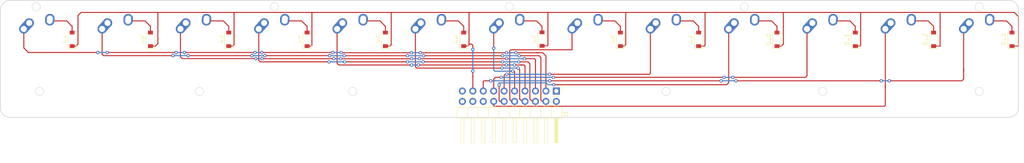
<source format=kicad_pcb>
(kicad_pcb (version 20211014) (generator pcbnew)
  (layers (0 "F.Cu" signal) (31 "B.Cu" signal) (34 "B.Paste" user) (35 "F.Paste" user) (36 "B.SilkS" user "B.Silkscreen") (37 "F.SilkS" user "F.Silkscreen") (38 "B.Mask" user) (39 "F.Mask" user) (44 "Edge.Cuts" user))
  (net 0 "")
  (net 1 "ROW10")
  (net 2 "Net-(D1-Pad2)")
  (net 3 "Net-(D2-Pad2)")
  (net 4 "Net-(D3-Pad2)")
  (net 5 "Net-(D4-Pad2)")
  (net 6 "Net-(D5-Pad2)")
  (net 7 "Net-(D6-Pad2)")
  (net 8 "Net-(D7-Pad2)")
  (net 9 "Net-(D8-Pad2)")
  (net 10 "Net-(D9-Pad2)")
  (net 11 "Net-(D10-Pad2)")
  (net 12 "Net-(D11-Pad2)")
  (net 13 "Net-(D12-Pad2)")
  (net 14 "Net-(D13-Pad2)")
  (net 15 "+5V")
  (net 16 "VCC")
  (net 17 "COL13")
  (net 18 "GND")
  (net 19 "COL1")
  (net 20 "COL2")
  (net 21 "COL3")
  (net 22 "COL4")
  (net 23 "COL5")
  (net 24 "COL6")
  (net 25 "COL7")
  (net 26 "COL8")
  (net 27 "COL9")
  (net 28 "COL10")
  (net 29 "COL11")
  (net 30 "COL12")
  (net 31 "COL0")
  (footprint "MX_Alps_Hybrid:MX-1U-NoLED" (layer "F.Cu") (at 261.14375 59.53125)
    (fp_text reference "MX_F12")
    (fp_text value "MX-NoLED")
    (pad "" np_thru_hole circle locked (at 0 0) (size 3.9878 3.9878) (drill 3.9878) (layers *.Cu *.Mask))
    (pad "" np_thru_hole circle locked (at 5.08 0 48.0996) (size 1.75 1.75) (drill 1.75) (layers *.Cu *.Mask))
    (pad "" np_thru_hole circle locked (at -5.08 0 48.0996) (size 1.75 1.75) (drill 1.75) (layers *.Cu *.Mask))
    (pad "1" thru_hole oval locked (at -3.81 -2.54 48.0996) (size 4.211556 2.25) (drill 1.47 (offset 0.980778 0)) (layers *.Cu "B.Mask") (net 30 "COL12"))
    (pad "1" thru_hole circle locked (at -2.5 -4) (size 2.25 2.25) (drill 1.47) (layers *.Cu "B.Mask") (net 30 "COL12"))
    (pad "2" thru_hole oval locked (at 2.5 -4.5 86.0548) (size 2.831378 2.25) (drill 1.47 (offset 0.290689 0)) (layers *.Cu "B.Mask") (net 14 "Net-(D13-Pad2)"))
    (pad "2" thru_hole circle locked (at 2.54 -5.08) (size 2.25 2.25) (drill 1.47) (layers *.Cu "B.Mask") (net 14 "Net-(D13-Pad2)"))
  )
  (footprint "MX_Alps_Hybrid:MX-1U-NoLED" (layer "F.Cu") (at 127.79375 59.53125)
    (fp_text reference "MX_F5")
    (fp_text value "MX-NoLED")
    (pad "" np_thru_hole circle locked (at 0 0) (size 3.9878 3.9878) (drill 3.9878) (layers *.Cu *.Mask))
    (pad "" np_thru_hole circle locked (at -5.08 0 48.0996) (size 1.75 1.75) (drill 1.75) (layers *.Cu *.Mask))
    (pad "" np_thru_hole circle locked (at 5.08 0 48.0996) (size 1.75 1.75) (drill 1.75) (layers *.Cu *.Mask))
    (pad "1" thru_hole oval locked (at -3.81 -2.54 48.0996) (size 4.211556 2.25) (drill 1.47 (offset 0.980778 0)) (layers *.Cu "B.Mask") (net 23 "COL5"))
    (pad "1" thru_hole circle locked (at -2.5 -4) (size 2.25 2.25) (drill 1.47) (layers *.Cu "B.Mask") (net 23 "COL5"))
    (pad "2" thru_hole oval locked (at 2.5 -4.5 86.0548) (size 2.831378 2.25) (drill 1.47 (offset 0.290689 0)) (layers *.Cu "B.Mask") (net 7 "Net-(D6-Pad2)"))
    (pad "2" thru_hole circle locked (at 2.54 -5.08) (size 2.25 2.25) (drill 1.47) (layers *.Cu "B.Mask") (net 7 "Net-(D6-Pad2)"))
  )
  (footprint "Diode_SMD:D_SOD-123" (layer "F.Cu") (at 116.68125 59.53125 90)
    (fp_text reference "D5" (at 0 -2 90) (layer "F.SilkS"))
    (fp_text value "D_Small")
    (pad "1" smd rect (at -1.65 0 90) (size 0.9 1.2) (layers "F.Cu" "F.Paste" "F.Mask") (net 1 "ROW10"))
    (pad "2" smd rect (at 1.65 0 90) (size 0.9 1.2) (layers "F.Cu" "F.Paste" "F.Mask") (net 6 "Net-(D5-Pad2)"))
  )
  (footprint "Connector_PinHeader_2.54mm:PinHeader_2x10_P2.54mm_Horizontal" (layer "F.Cu") (at 158.26875 72.1375 -90)
    (fp_text reference "J1" (at 5.655 -2.27 90) (layer "F.SilkS"))
    (fp_text value "Conn_02x10_Counter_Clockwise")
    (pad "1" thru_hole rect (at 0 0 270) (size 1.7 1.7) (drill 1) (layers *.Cu *.Mask) (net 15 "+5V"))
    (pad "2" thru_hole oval (at 2.54 0 270) (size 1.7 1.7) (drill 1) (layers *.Cu *.Mask) (net 16 "VCC"))
    (pad "3" thru_hole oval (at 0 2.54 270) (size 1.7 1.7) (drill 1) (layers *.Cu *.Mask) (net 31 "COL0"))
    (pad "4" thru_hole oval (at 2.54 2.54 270) (size 1.7 1.7) (drill 1) (layers *.Cu *.Mask) (net 19 "COL1"))
    (pad "5" thru_hole oval (at 0 5.08 270) (size 1.7 1.7) (drill 1) (layers *.Cu *.Mask) (net 20 "COL2"))
    (pad "6" thru_hole oval (at 2.54 5.08 270) (size 1.7 1.7) (drill 1) (layers *.Cu *.Mask) (net 21 "COL3"))
    (pad "7" thru_hole oval (at 0 7.62 270) (size 1.7 1.7) (drill 1) (layers *.Cu *.Mask) (net 22 "COL4"))
    (pad "8" thru_hole oval (at 2.54 7.62 270) (size 1.7 1.7) (drill 1) (layers *.Cu *.Mask) (net 23 "COL5"))
    (pad "9" thru_hole oval (at 0 10.16 270) (size 1.7 1.7) (drill 1) (layers *.Cu *.Mask) (net 24 "COL6"))
    (pad "10" thru_hole oval (at 2.54 10.16 270) (size 1.7 1.7) (drill 1) (layers *.Cu *.Mask) (net 25 "COL7"))
    (pad "11" thru_hole oval (at 0 12.7 270) (size 1.7 1.7) (drill 1) (layers *.Cu *.Mask) (net 26 "COL8"))
    (pad "12" thru_hole oval (at 2.54 12.7 270) (size 1.7 1.7) (drill 1) (layers *.Cu *.Mask) (net 27 "COL9"))
    (pad "13" thru_hole oval (at 0 15.24 270) (size 1.7 1.7) (drill 1) (layers *.Cu *.Mask) (net 28 "COL10"))
    (pad "14" thru_hole oval (at 2.54 15.24 270) (size 1.7 1.7) (drill 1) (layers *.Cu *.Mask) (net 29 "COL11"))
    (pad "15" thru_hole oval (at 0 17.78 270) (size 1.7 1.7) (drill 1) (layers *.Cu *.Mask) (net 30 "COL12"))
    (pad "16" thru_hole oval (at 2.54 17.78 270) (size 1.7 1.7) (drill 1) (layers *.Cu *.Mask) (net 17 "COL13"))
    (pad "17" thru_hole oval (at 0 20.32 270) (size 1.7 1.7) (drill 1) (layers *.Cu *.Mask) (net 1 "ROW10"))
    (pad "18" thru_hole oval (at 2.54 20.32 270) (size 1.7 1.7) (drill 1) (layers *.Cu *.Mask))
    (pad "19" thru_hole oval (at 0 22.86 270) (size 1.7 1.7) (drill 1) (layers *.Cu *.Mask) (net 18 "GND"))
    (pad "20" thru_hole oval (at 2.54 22.86 270) (size 1.7 1.7) (drill 1) (layers *.Cu *.Mask))
  )
  (footprint "MX_Alps_Hybrid:MX-1U-NoLED" (layer "F.Cu") (at 32.54375 59.53125)
    (fp_text reference "MX_~1")
    (fp_text value "MX-NoLED")
    (pad "" np_thru_hole circle locked (at 5.08 0 48.0996) (size 1.75 1.75) (drill 1.75) (layers *.Cu *.Mask))
    (pad "" np_thru_hole circle locked (at 0 0) (size 3.9878 3.9878) (drill 3.9878) (layers *.Cu *.Mask))
    (pad "" np_thru_hole circle locked (at -5.08 0 48.0996) (size 1.75 1.75) (drill 1.75) (layers *.Cu *.Mask))
    (pad "1" thru_hole circle locked (at -2.5 -4) (size 2.25 2.25) (drill 1.47) (layers *.Cu "B.Mask") (net 31 "COL0"))
    (pad "1" thru_hole oval locked (at -3.81 -2.54 48.0996) (size 4.211556 2.25) (drill 1.47 (offset 0.980778 0)) (layers *.Cu "B.Mask") (net 31 "COL0"))
    (pad "2" thru_hole oval locked (at 2.5 -4.5 86.0548) (size 2.831378 2.25) (drill 1.47 (offset 0.290689 0)) (layers *.Cu "B.Mask") (net 2 "Net-(D1-Pad2)"))
    (pad "2" thru_hole circle locked (at 2.54 -5.08) (size 2.25 2.25) (drill 1.47) (layers *.Cu "B.Mask") (net 2 "Net-(D1-Pad2)"))
  )
  (footprint "MX_Alps_Hybrid:MX-1U-NoLED" (layer "F.Cu") (at 146.84375 59.53125)
    (fp_text reference "MX_F6")
    (fp_text value "MX-NoLED")
    (pad "" np_thru_hole circle locked (at -5.08 0 48.0996) (size 1.75 1.75) (drill 1.75) (layers *.Cu *.Mask))
    (pad "" np_thru_hole circle locked (at 5.08 0 48.0996) (size 1.75 1.75) (drill 1.75) (layers *.Cu *.Mask))
    (pad "" np_thru_hole circle locked (at 0 0) (size 3.9878 3.9878) (drill 3.9878) (layers *.Cu *.Mask))
    (pad "1" thru_hole circle locked (at -2.5 -4) (size 2.25 2.25) (drill 1.47) (layers *.Cu "B.Mask") (net 24 "COL6"))
    (pad "1" thru_hole oval locked (at -3.81 -2.54 48.0996) (size 4.211556 2.25) (drill 1.47 (offset 0.980778 0)) (layers *.Cu "B.Mask") (net 24 "COL6"))
    (pad "2" thru_hole circle locked (at 2.54 -5.08) (size 2.25 2.25) (drill 1.47) (layers *.Cu "B.Mask") (net 8 "Net-(D7-Pad2)"))
    (pad "2" thru_hole oval locked (at 2.5 -4.5 86.0548) (size 2.831378 2.25) (drill 1.47 (offset 0.290689 0)) (layers *.Cu "B.Mask") (net 8 "Net-(D7-Pad2)"))
  )
  (footprint "Diode_SMD:D_SOD-123" (layer "F.Cu") (at 135.73125 59.53125 90)
    (fp_text reference "D6" (at 0 -2 90) (layer "F.SilkS"))
    (fp_text value "D_Small")
    (pad "1" smd rect (at -1.65 0 90) (size 0.9 1.2) (layers "F.Cu" "F.Paste" "F.Mask") (net 1 "ROW10"))
    (pad "2" smd rect (at 1.65 0 90) (size 0.9 1.2) (layers "F.Cu" "F.Paste" "F.Mask") (net 7 "Net-(D6-Pad2)"))
  )
  (footprint "Diode_SMD:D_SOD-123" (layer "F.Cu") (at 192.88125 59.53125 90)
    (fp_text reference "D9" (at 0 -2 90) (layer "F.SilkS"))
    (fp_text value "D_Small")
    (pad "1" smd rect (at -1.65 0 90) (size 0.9 1.2) (layers "F.Cu" "F.Paste" "F.Mask") (net 1 "ROW10"))
    (pad "2" smd rect (at 1.65 0 90) (size 0.9 1.2) (layers "F.Cu" "F.Paste" "F.Mask") (net 10 "Net-(D9-Pad2)"))
  )
  (footprint "Diode_SMD:D_SOD-123" (layer "F.Cu") (at 269.08125 59.53125 90)
    (fp_text reference "D13" (at 0 -2 90) (layer "F.SilkS"))
    (fp_text value "D_Small")
    (pad "1" smd rect (at -1.65 0 90) (size 0.9 1.2) (layers "F.Cu" "F.Paste" "F.Mask") (net 1 "ROW10"))
    (pad "2" smd rect (at 1.65 0 90) (size 0.9 1.2) (layers "F.Cu" "F.Paste" "F.Mask") (net 14 "Net-(D13-Pad2)"))
  )
  (footprint "Diode_SMD:D_SOD-123" (layer "F.Cu") (at 211.93125 59.53125 90)
    (fp_text reference "D10" (at 0 -2 90) (layer "F.SilkS"))
    (fp_text value "D_Small")
    (pad "1" smd rect (at -1.65 0 90) (size 0.9 1.2) (layers "F.Cu" "F.Paste" "F.Mask") (net 1 "ROW10"))
    (pad "2" smd rect (at 1.65 0 90) (size 0.9 1.2) (layers "F.Cu" "F.Paste" "F.Mask") (net 11 "Net-(D10-Pad2)"))
  )
  (footprint "Diode_SMD:D_SOD-123" (layer "F.Cu") (at 59.53125 59.53125 90)
    (fp_text reference "D2" (at 0 -2 90) (layer "F.SilkS"))
    (fp_text value "D_Small")
    (pad "1" smd rect (at -1.65 0 90) (size 0.9 1.2) (layers "F.Cu" "F.Paste" "F.Mask") (net 1 "ROW10"))
    (pad "2" smd rect (at 1.65 0 90) (size 0.9 1.2) (layers "F.Cu" "F.Paste" "F.Mask") (net 3 "Net-(D2-Pad2)"))
  )
  (footprint "Diode_SMD:D_SOD-123" (layer "F.Cu") (at 40.48125 59.53125 90)
    (fp_text reference "D1" (at 0 -2 90) (layer "F.SilkS"))
    (fp_text value "D_Small")
    (pad "1" smd rect (at -1.65 0 90) (size 0.9 1.2) (layers "F.Cu" "F.Paste" "F.Mask") (net 1 "ROW10"))
    (pad "2" smd rect (at 1.65 0 90) (size 0.9 1.2) (layers "F.Cu" "F.Paste" "F.Mask") (net 2 "Net-(D1-Pad2)"))
  )
  (footprint "MX_Alps_Hybrid:MX-1U-NoLED" (layer "F.Cu") (at 70.64375 59.53125)
    (fp_text reference "MX_F2")
    (fp_text value "MX-NoLED")
    (pad "" np_thru_hole circle locked (at -5.08 0 48.0996) (size 1.75 1.75) (drill 1.75) (layers *.Cu *.Mask))
    (pad "" np_thru_hole circle locked (at 5.08 0 48.0996) (size 1.75 1.75) (drill 1.75) (layers *.Cu *.Mask))
    (pad "" np_thru_hole circle locked (at 0 0) (size 3.9878 3.9878) (drill 3.9878) (layers *.Cu *.Mask))
    (pad "1" thru_hole oval locked (at -3.81 -2.54 48.0996) (size 4.211556 2.25) (drill 1.47 (offset 0.980778 0)) (layers *.Cu "B.Mask") (net 20 "COL2"))
    (pad "1" thru_hole circle locked (at -2.5 -4) (size 2.25 2.25) (drill 1.47) (layers *.Cu "B.Mask") (net 20 "COL2"))
    (pad "2" thru_hole circle locked (at 2.54 -5.08) (size 2.25 2.25) (drill 1.47) (layers *.Cu "B.Mask") (net 4 "Net-(D3-Pad2)"))
    (pad "2" thru_hole oval locked (at 2.5 -4.5 86.0548) (size 2.831378 2.25) (drill 1.47 (offset 0.290689 0)) (layers *.Cu "B.Mask") (net 4 "Net-(D3-Pad2)"))
  )
  (footprint "MX_Alps_Hybrid:MX-1U-NoLED" (layer "F.Cu") (at 165.89375 59.53125)
    (fp_text reference "MX_F7")
    (fp_text value "MX-NoLED")
    (pad "" np_thru_hole circle locked (at -5.08 0 48.0996) (size 1.75 1.75) (drill 1.75) (layers *.Cu *.Mask))
    (pad "" np_thru_hole circle locked (at 0 0) (size 3.9878 3.9878) (drill 3.9878) (layers *.Cu *.Mask))
    (pad "" np_thru_hole circle locked (at 5.08 0 48.0996) (size 1.75 1.75) (drill 1.75) (layers *.Cu *.Mask))
    (pad "1" thru_hole oval locked (at -3.81 -2.54 48.0996) (size 4.211556 2.25) (drill 1.47 (offset 0.980778 0)) (layers *.Cu "B.Mask") (net 25 "COL7"))
    (pad "1" thru_hole circle locked (at -2.5 -4) (size 2.25 2.25) (drill 1.47) (layers *.Cu "B.Mask") (net 25 "COL7"))
    (pad "2" thru_hole oval locked (at 2.5 -4.5 86.0548) (size 2.831378 2.25) (drill 1.47 (offset 0.290689 0)) (layers *.Cu "B.Mask") (net 9 "Net-(D8-Pad2)"))
    (pad "2" thru_hole circle locked (at 2.54 -5.08) (size 2.25 2.25) (drill 1.47) (layers *.Cu "B.Mask") (net 9 "Net-(D8-Pad2)"))
  )
  (footprint "MX_Alps_Hybrid:MX-1U-NoLED" (layer "F.Cu") (at 242.09375 59.53125)
    (fp_text reference "MX_F11")
    (fp_text value "MX-NoLED")
    (pad "" np_thru_hole circle locked (at -5.08 0 48.0996) (size 1.75 1.75) (drill 1.75) (layers *.Cu *.Mask))
    (pad "" np_thru_hole circle locked (at 0 0) (size 3.9878 3.9878) (drill 3.9878) (layers *.Cu *.Mask))
    (pad "" np_thru_hole circle locked (at 5.08 0 48.0996) (size 1.75 1.75) (drill 1.75) (layers *.Cu *.Mask))
    (pad "1" thru_hole oval locked (at -3.81 -2.54 48.0996) (size 4.211556 2.25) (drill 1.47 (offset 0.980778 0)) (layers *.Cu "B.Mask") (net 29 "COL11"))
    (pad "1" thru_hole circle locked (at -2.5 -4) (size 2.25 2.25) (drill 1.47) (layers *.Cu "B.Mask") (net 29 "COL11"))
    (pad "2" thru_hole circle locked (at 2.54 -5.08) (size 2.25 2.25) (drill 1.47) (layers *.Cu "B.Mask") (net 13 "Net-(D12-Pad2)"))
    (pad "2" thru_hole oval locked (at 2.5 -4.5 86.0548) (size 2.831378 2.25) (drill 1.47 (offset 0.290689 0)) (layers *.Cu "B.Mask") (net 13 "Net-(D12-Pad2)"))
  )
  (footprint "Diode_SMD:D_SOD-123" (layer "F.Cu") (at 78.58125 59.53125 90)
    (fp_text reference "D3" (at 0 -2 90) (layer "F.SilkS"))
    (fp_text value "D_Small")
    (pad "1" smd rect (at -1.65 0 90) (size 0.9 1.2) (layers "F.Cu" "F.Paste" "F.Mask") (net 1 "ROW10"))
    (pad "2" smd rect (at 1.65 0 90) (size 0.9 1.2) (layers "F.Cu" "F.Paste" "F.Mask") (net 4 "Net-(D3-Pad2)"))
  )
  (footprint "MX_Alps_Hybrid:MX-1U-NoLED" (layer "F.Cu") (at 108.74375 59.53125)
    (fp_text reference "MX_F4")
    (fp_text value "MX-NoLED")
    (pad "" np_thru_hole circle locked (at -5.08 0 48.0996) (size 1.75 1.75) (drill 1.75) (layers *.Cu *.Mask))
    (pad "" np_thru_hole circle locked (at 5.08 0 48.0996) (size 1.75 1.75) (drill 1.75) (layers *.Cu *.Mask))
    (pad "" np_thru_hole circle locked (at 0 0) (size 3.9878 3.9878) (drill 3.9878) (layers *.Cu *.Mask))
    (pad "1" thru_hole circle locked (at -2.5 -4) (size 2.25 2.25) (drill 1.47) (layers *.Cu "B.Mask") (net 22 "COL4"))
    (pad "1" thru_hole oval locked (at -3.81 -2.54 48.0996) (size 4.211556 2.25) (drill 1.47 (offset 0.980778 0)) (layers *.Cu "B.Mask") (net 22 "COL4"))
    (pad "2" thru_hole oval locked (at 2.5 -4.5 86.0548) (size 2.831378 2.25) (drill 1.47 (offset 0.290689 0)) (layers *.Cu "B.Mask") (net 6 "Net-(D5-Pad2)"))
    (pad "2" thru_hole circle locked (at 2.54 -5.08) (size 2.25 2.25) (drill 1.47) (layers *.Cu "B.Mask") (net 6 "Net-(D5-Pad2)"))
  )
  (footprint "MX_Alps_Hybrid:MX-1U-NoLED" (layer "F.Cu") (at 51.59375 59.53125)
    (fp_text reference "MX_F1")
    (fp_text value "MX-NoLED")
    (pad "" np_thru_hole circle locked (at 0 0) (size 3.9878 3.9878) (drill 3.9878) (layers *.Cu *.Mask))
    (pad "" np_thru_hole circle locked (at -5.08 0 48.0996) (size 1.75 1.75) (drill 1.75) (layers *.Cu *.Mask))
    (pad "" np_thru_hole circle locked (at 5.08 0 48.0996) (size 1.75 1.75) (drill 1.75) (layers *.Cu *.Mask))
    (pad "1" thru_hole oval locked (at -3.81 -2.54 48.0996) (size 4.211556 2.25) (drill 1.47 (offset 0.980778 0)) (layers *.Cu "B.Mask") (net 19 "COL1"))
    (pad "1" thru_hole circle locked (at -2.5 -4) (size 2.25 2.25) (drill 1.47) (layers *.Cu "B.Mask") (net 19 "COL1"))
    (pad "2" thru_hole oval locked (at 2.5 -4.5 86.0548) (size 2.831378 2.25) (drill 1.47 (offset 0.290689 0)) (layers *.Cu "B.Mask") (net 3 "Net-(D2-Pad2)"))
    (pad "2" thru_hole circle locked (at 2.54 -5.08) (size 2.25 2.25) (drill 1.47) (layers *.Cu "B.Mask") (net 3 "Net-(D2-Pad2)"))
  )
  (footprint "MX_Alps_Hybrid:MX-1U-NoLED" (layer "F.Cu") (at 184.94375 59.53125)
    (fp_text reference "MX_F8")
    (fp_text value "MX-NoLED")
    (pad "" np_thru_hole circle locked (at 5.08 0 48.0996) (size 1.75 1.75) (drill 1.75) (layers *.Cu *.Mask))
    (pad "" np_thru_hole circle locked (at -5.08 0 48.0996) (size 1.75 1.75) (drill 1.75) (layers *.Cu *.Mask))
    (pad "" np_thru_hole circle locked (at 0 0) (size 3.9878 3.9878) (drill 3.9878) (layers *.Cu *.Mask))
    (pad "1" thru_hole oval locked (at -3.81 -2.54 48.0996) (size 4.211556 2.25) (drill 1.47 (offset 0.980778 0)) (layers *.Cu "B.Mask") (net 26 "COL8"))
    (pad "1" thru_hole circle locked (at -2.5 -4) (size 2.25 2.25) (drill 1.47) (layers *.Cu "B.Mask") (net 26 "COL8"))
    (pad "2" thru_hole circle locked (at 2.54 -5.08) (size 2.25 2.25) (drill 1.47) (layers *.Cu "B.Mask") (net 10 "Net-(D9-Pad2)"))
    (pad "2" thru_hole oval locked (at 2.5 -4.5 86.0548) (size 2.831378 2.25) (drill 1.47 (offset 0.290689 0)) (layers *.Cu "B.Mask") (net 10 "Net-(D9-Pad2)"))
  )
  (footprint "Diode_SMD:D_SOD-123" (layer "F.Cu") (at 97.63125 59.53125 90)
    (fp_text reference "D4" (at 0 -2 90) (layer "F.SilkS"))
    (fp_text value "D_Small")
    (pad "1" smd rect (at -1.65 0 90) (size 0.9 1.2) (layers "F.Cu" "F.Paste" "F.Mask") (net 1 "ROW10"))
    (pad "2" smd rect (at 1.65 0 90) (size 0.9 1.2) (layers "F.Cu" "F.Paste" "F.Mask") (net 5 "Net-(D4-Pad2)"))
  )
  (footprint "Diode_SMD:D_SOD-123" (layer "F.Cu") (at 230.98125 59.53125 90)
    (fp_text reference "D11" (at 0 -2 90) (layer "F.SilkS"))
    (fp_text value "D_Small")
    (pad "1" smd rect (at -1.65 0 90) (size 0.9 1.2) (layers "F.Cu" "F.Paste" "F.Mask") (net 1 "ROW10"))
    (pad "2" smd rect (at 1.65 0 90) (size 0.9 1.2) (layers "F.Cu" "F.Paste" "F.Mask") (net 12 "Net-(D11-Pad2)"))
  )
  (footprint "MX_Alps_Hybrid:MX-1U-NoLED" (layer "F.Cu") (at 223.04375 59.53125)
    (fp_text reference "MX_F10")
    (fp_text value "MX-NoLED")
    (pad "" np_thru_hole circle locked (at 0 0) (size 3.9878 3.9878) (drill 3.9878) (layers *.Cu *.Mask))
    (pad "" np_thru_hole circle locked (at -5.08 0 48.0996) (size 1.75 1.75) (drill 1.75) (layers *.Cu *.Mask))
    (pad "" np_thru_hole circle locked (at 5.08 0 48.0996) (size 1.75 1.75) (drill 1.75) (layers *.Cu *.Mask))
    (pad "1" thru_hole circle locked (at -2.5 -4) (size 2.25 2.25) (drill 1.47) (layers *.Cu "B.Mask") (net 28 "COL10"))
    (pad "1" thru_hole oval locked (at -3.81 -2.54 48.0996) (size 4.211556 2.25) (drill 1.47 (offset 0.980778 0)) (layers *.Cu "B.Mask") (net 28 "COL10"))
    (pad "2" thru_hole circle locked (at 2.54 -5.08) (size 2.25 2.25) (drill 1.47) (layers *.Cu "B.Mask") (net 12 "Net-(D11-Pad2)"))
    (pad "2" thru_hole oval locked (at 2.5 -4.5 86.0548) (size 2.831378 2.25) (drill 1.47 (offset 0.290689 0)) (layers *.Cu "B.Mask") (net 12 "Net-(D11-Pad2)"))
  )
  (footprint "Diode_SMD:D_SOD-123" (layer "F.Cu") (at 154.78125 59.46875 90)
    (fp_text reference "D7" (at 0 -2 90) (layer "F.SilkS"))
    (fp_text value "D_Small")
    (pad "1" smd rect (at -1.65 0 90) (size 0.9 1.2) (layers "F.Cu" "F.Paste" "F.Mask") (net 1 "ROW10"))
    (pad "2" smd rect (at 1.65 0 90) (size 0.9 1.2) (layers "F.Cu" "F.Paste" "F.Mask") (net 8 "Net-(D7-Pad2)"))
  )
  (footprint "Diode_SMD:D_SOD-123" (layer "F.Cu") (at 173.83125 59.53125 90)
    (fp_text reference "D8" (at 0 -2 90) (layer "F.SilkS"))
    (fp_text value "D_Small")
    (pad "1" smd rect (at -1.65 0 90) (size 0.9 1.2) (layers "F.Cu" "F.Paste" "F.Mask") (net 1 "ROW10"))
    (pad "2" smd rect (at 1.65 0 90) (size 0.9 1.2) (layers "F.Cu" "F.Paste" "F.Mask") (net 9 "Net-(D8-Pad2)"))
  )
  (footprint "Diode_SMD:D_SOD-123" (layer "F.Cu") (at 250.03125 59.53125 90)
    (fp_text reference "D12" (at 0 -2 90) (layer "F.SilkS"))
    (fp_text value "D_Small")
    (pad "1" smd rect (at -1.65 0 90) (size 0.9 1.2) (layers "F.Cu" "F.Paste" "F.Mask") (net 1 "ROW10"))
    (pad "2" smd rect (at 1.65 0 90) (size 0.9 1.2) (layers "F.Cu" "F.Paste" "F.Mask") (net 13 "Net-(D12-Pad2)"))
  )
  (footprint "MX_Alps_Hybrid:MX-1U-NoLED" (layer "F.Cu") (at 89.69375 59.53125)
    (fp_text reference "MX_F3")
    (fp_text value "MX-NoLED")
    (pad "" np_thru_hole circle locked (at 5.08 0 48.0996) (size 1.75 1.75) (drill 1.75) (layers *.Cu *.Mask))
    (pad "" np_thru_hole circle locked (at -5.08 0 48.0996) (size 1.75 1.75) (drill 1.75) (layers *.Cu *.Mask))
    (pad "" np_thru_hole circle locked (at 0 0) (size 3.9878 3.9878) (drill 3.9878) (layers *.Cu *.Mask))
    (pad "1" thru_hole circle locked (at -2.5 -4) (size 2.25 2.25) (drill 1.47) (layers *.Cu "B.Mask") (net 21 "COL3"))
    (pad "1" thru_hole oval locked (at -3.81 -2.54 48.0996) (size 4.211556 2.25) (drill 1.47 (offset 0.980778 0)) (layers *.Cu "B.Mask") (net 21 "COL3"))
    (pad "2" thru_hole oval locked (at 2.5 -4.5 86.0548) (size 2.831378 2.25) (drill 1.47 (offset 0.290689 0)) (layers *.Cu "B.Mask") (net 5 "Net-(D4-Pad2)"))
    (pad "2" thru_hole circle locked (at 2.54 -5.08) (size 2.25 2.25) (drill 1.47) (layers *.Cu "B.Mask") (net 5 "Net-(D4-Pad2)"))
  )
  (footprint "MX_Alps_Hybrid:MX-1U-NoLED" (layer "F.Cu") (at 203.99375 59.53125)
    (fp_text reference "MX_F9")
    (fp_text value "MX-NoLED")
    (pad "" np_thru_hole circle locked (at 0 0) (size 3.9878 3.9878) (drill 3.9878) (layers *.Cu *.Mask))
    (pad "" np_thru_hole circle locked (at 5.08 0 48.0996) (size 1.75 1.75) (drill 1.75) (layers *.Cu *.Mask))
    (pad "" np_thru_hole circle locked (at -5.08 0 48.0996) (size 1.75 1.75) (drill 1.75) (layers *.Cu *.Mask))
    (pad "1" thru_hole oval locked (at -3.81 -2.54 48.0996) (size 4.211556 2.25) (drill 1.47 (offset 0.980778 0)) (layers *.Cu "B.Mask") (net 27 "COL9"))
    (pad "1" thru_hole circle locked (at -2.5 -4) (size 2.25 2.25) (drill 1.47) (layers *.Cu "B.Mask") (net 27 "COL9"))
    (pad "2" thru_hole circle locked (at 2.54 -5.08) (size 2.25 2.25) (drill 1.47) (layers *.Cu "B.Mask") (net 11 "Net-(D10-Pad2)"))
    (pad "2" thru_hole oval locked (at 2.5 -4.5 86.0548) (size 2.831378 2.25) (drill 1.47 (offset 0.290689 0)) (layers *.Cu "B.Mask") (net 11 "Net-(D10-Pad2)"))
  )
  (gr_circle (center 71.4375 72.23125) (end 72.4375 72.23125) (layer "Edge.Cuts") (width 0.1) (fill none))
  (gr_line (start 268.2875 78.58125) (end 25.4 78.58125) (layer "Edge.Cuts") (width 0.15))
  (gr_circle (center 203.99375 51.59375) (end 204.99375 51.59375) (layer "Edge.Cuts") (width 0.1) (fill none))
  (gr_arc (start 23.01875 52.3875) (mid 23.716202 50.703702) (end 25.4 50.00625) (layer "Edge.Cuts") (width 0.15))
  (gr_circle (center 146.84375 51.59375) (end 147.84375 51.59375) (layer "Edge.Cuts") (width 0.1) (fill none))
  (gr_arc (start 268.2875 50.00625) (mid 269.971298 50.703702) (end 270.66875 52.3875) (layer "Edge.Cuts") (width 0.15))
  (gr_circle (center 32.54375 72.23125) (end 33.54375 72.23125) (layer "Edge.Cuts") (width 0.1) (fill none))
  (gr_line (start 25.4 50.00625) (end 268.2875 50.00625) (layer "Edge.Cuts") (width 0.15))
  (gr_circle (center 184.94375 72.23125) (end 185.94375 72.23125) (layer "Edge.Cuts") (width 0.1) (fill none))
  (gr_circle (center 261.14375 51.59375) (end 262.14375 51.59375) (layer "Edge.Cuts") (width 0.1) (fill none))
  (gr_circle (center 108.74375 72.23125) (end 109.74375 72.23125) (layer "Edge.Cuts") (width 0.1) (fill none))
  (gr_circle (center 89.69375 51.59375) (end 90.69375 51.59375) (layer "Edge.Cuts") (width 0.1) (fill none))
  (gr_circle (center 261.14375 72.23125) (end 262.14375 72.23125) (layer "Edge.Cuts") (width 0.1) (fill none))
  (gr_arc (start 25.4 78.58125) (mid 23.716202 77.883798) (end 23.01875 76.2) (layer "Edge.Cuts") (width 0.15))
  (gr_line (start 23.01875 76.2) (end 23.01875 52.3875) (layer "Edge.Cuts") (width 0.15))
  (gr_circle (center 31.75 51.59375) (end 32.75 51.59375) (layer "Edge.Cuts") (width 0.1) (fill none))
  (gr_line (start 270.66875 76.2) (end 270.66875 52.3875) (layer "Edge.Cuts") (width 0.15))
  (gr_circle (center 223.04375 72.23125) (end 224.04375 72.23125) (layer "Edge.Cuts") (width 0.1) (fill none))
  (gr_arc (start 270.66875 76.2) (mid 269.971298 77.883798) (end 268.2875 78.58125) (layer "Edge.Cuts") (width 0.15))
  (segment (start 40.48125 61.18125) (end 41.43475 61.18125) (width 0.25) (layer "F.Cu") (net 1))
  (segment (start 79.883 60.833) (end 79.883 53.086) (width 0.25) (layer "F.Cu") (net 1))
  (segment (start 270.66875 53.975) (end 269.657113 52.963363) (width 0.25) (layer "F.Cu") (net 1))
  (segment (start 213.491363 60.701637) (end 213.491363 52.963363) (width 0.25) (layer "F.Cu") (net 1))
  (segment (start 79.760363 52.963363) (end 61.336637 52.963363) (width 0.25) (layer "F.Cu") (net 1))
  (segment (start 269.08125 61.18125) (end 270.60625 61.18125) (width 0.25) (layer "F.Cu") (net 1))
  (segment (start 173.83125 61.18125) (end 174.78475 61.18125) (width 0.25) (layer "F.Cu") (net 1))
  (segment (start 192.88125 61.18125) (end 194.21575 61.18125) (width 0.25) (layer "F.Cu") (net 1))
  (segment (start 42.667637 52.963363) (end 42.037 53.594) (width 0.25) (layer "F.Cu") (net 1))
  (segment (start 156.214363 60.955637) (end 156.214363 52.963363) (width 0.25) (layer "F.Cu") (net 1))
  (segment (start 137.656 60.706) (end 137.168726 60.706) (width 0.25) (layer "F.Cu") (net 1))
  (segment (start 174.78475 61.18125) (end 175.137363 60.828637) (width 0.25) (layer "F.Cu") (net 1))
  (segment (start 232.283 53.086) (end 232.160363 52.963363) (width 0.25) (layer "F.Cu") (net 1))
  (segment (start 232.06175 61.18125) (end 232.283 60.96) (width 0.25) (layer "F.Cu") (net 1))
  (segment (start 117.76175 61.18125) (end 118.11 60.833) (width 0.25) (layer "F.Cu") (net 1))
  (segment (start 116.68125 61.18125) (end 117.76175 61.18125) (width 0.25) (layer "F.Cu") (net 1))
  (segment (start 137.94875 72.1375) (end 137.94875 68.60125) (width 0.25) (layer "F.Cu") (net 1))
  (segment (start 194.441363 60.955637) (end 194.441363 52.963363) (width 0.25) (layer "F.Cu") (net 1))
  (segment (start 97.63125 61.18125) (end 98.58475 61.18125) (width 0.25) (layer "F.Cu") (net 1))
  (segment (start 251.55625 61.18125) (end 250.03125 61.18125) (width 0.25) (layer "F.Cu") (net 1))
  (segment (start 154.78125 61.11875) (end 156.05125 61.11875) (width 0.25) (layer "F.Cu") (net 1))
  (segment (start 118.11 60.833) (end 118.11 52.967726) (width 0.25) (layer "F.Cu") (net 1))
  (segment (start 78.58125 61.18125) (end 79.53475 61.18125) (width 0.25) (layer "F.Cu") (net 1))
  (segment (start 213.01175 61.18125) (end 213.491363 60.701637) (width 0.25) (layer "F.Cu") (net 1))
  (segment (start 251.61875 61.11875) (end 251.55625 61.18125) (width 0.25) (layer "F.Cu") (net 1))
  (segment (start 79.883 53.086) (end 79.760363 52.963363) (width 0.25) (layer "F.Cu") (net 1))
  (segment (start 232.160363 52.963363) (end 213.491363 52.963363) (width 0.25) (layer "F.Cu") (net 1))
  (segment (start 118.105637 52.963363) (end 98.810363 52.963363) (width 0.25) (layer "F.Cu") (net 1))
  (segment (start 98.810363 60.955637) (end 98.810363 52.963363) (width 0.25) (layer "F.Cu") (net 1))
  (segment (start 137.168726 60.706) (end 137.037363 60.574637) (width 0.25) (layer "F.Cu") (net 1))
  (segment (start 251.836637 52.963363) (end 232.160363 52.963363) (width 0.25) (layer "F.Cu") (net 1))
  (segment (start 60.73875 61.18125) (end 61.336637 60.583363) (width 0.25) (layer "F.Cu") (net 1))
  (segment (start 213.491363 52.963363) (end 194.441363 52.963363) (width 0.25) (layer "F.Cu") (net 1))
  (segment (start 251.61875 53.18125) (end 251.61875 61.11875) (width 0.25) (layer "F.Cu") (net 1))
  (segment (start 137.037363 60.574637) (end 137.037363 52.963363) (width 0.25) (layer "F.Cu") (net 1))
  (segment (start 175.137363 52.963363) (end 156.214363 52.963363) (width 0.25) (layer "F.Cu") (net 1))
  (segment (start 135.73125 61.18125) (end 136.68475 61.18125) (width 0.25) (layer "F.Cu") (net 1))
  (segment (start 61.336637 52.963363) (end 42.667637 52.963363) (width 0.25) (layer "F.Cu") (net 1))
  (segment (start 156.05125 61.11875) (end 156.214363 60.955637) (width 0.25) (layer "F.Cu") (net 1))
  (segment (start 136.68475 61.18125) (end 137.037363 60.828637) (width 0.25) (layer "F.Cu") (net 1))
  (segment (start 230.98125 61.18125) (end 232.06175 61.18125) (width 0.25) (layer "F.Cu") (net 1))
  (segment (start 156.214363 52.963363) (end 137.037363 52.963363) (width 0.25) (layer "F.Cu") (net 1))
  (segment (start 98.810363 52.963363) (end 79.760363 52.963363) (width 0.25) (layer "F.Cu") (net 1))
  (segment (start 232.283 60.96) (end 232.283 53.086) (width 0.25) (layer "F.Cu") (net 1))
  (segment (start 41.43475 61.18125) (end 41.91 60.706) (width 0.25) (layer "F.Cu") (net 1))
  (segment (start 137.95 61) (end 137.656 60.706) (width 0.25) (layer "F.Cu") (net 1))
  (segment (start 118.11 52.967726) (end 118.105637 52.963363) (width 0.25) (layer "F.Cu") (net 1))
  (segment (start 42.037 53.594) (end 41.91 53.721) (width 0.25) (layer "F.Cu") (net 1))
  (segment (start 270.60625 61.18125) (end 270.66875 61.11875) (width 0.25) (layer "F.Cu") (net 1))
  (segment (start 270.66875 61.11875) (end 270.66875 53.975) (width 0.25) (layer "F.Cu") (net 1))
  (segment (start 211.93125 61.18125) (end 213.01175 61.18125) (width 0.25) (layer "F.Cu") (net 1))
  (segment (start 194.441363 52.963363) (end 175.137363 52.963363) (width 0.25) (layer "F.Cu") (net 1))
  (segment (start 98.58475 61.18125) (end 98.810363 60.955637) (width 0.25) (layer "F.Cu") (net 1))
  (segment (start 61.336637 60.583363) (end 61.336637 52.963363) (width 0.25) (layer "F.Cu") (net 1))
  (segment (start 137.95 68.6) (end 137.95 67.2725) (width 0.25) (layer "F.Cu") (net 1))
  (segment (start 79.53475 61.18125) (end 79.883 60.833) (width 0.25) (layer "F.Cu") (net 1))
  (segment (start 137.037363 52.963363) (end 118.105637 52.963363) (width 0.25) (layer "F.Cu") (net 1))
  (segment (start 137.94875 68.60125) (end 137.95 68.6) (width 0.25) (layer "F.Cu") (net 1))
  (segment (start 41.91 53.721) (end 41.91 60.706) (width 0.25) (layer "F.Cu") (net 1))
  (segment (start 137.037363 60.828637) (end 137.037363 60.574637) (width 0.25) (layer "F.Cu") (net 1))
  (segment (start 269.657113 52.963363) (end 251.836637 52.963363) (width 0.25) (layer "F.Cu") (net 1))
  (segment (start 59.53125 61.18125) (end 60.73875 61.18125) (width 0.25) (layer "F.Cu") (net 1))
  (segment (start 175.137363 60.828637) (end 175.137363 52.963363) (width 0.25) (layer "F.Cu") (net 1))
  (segment (start 194.21575 61.18125) (end 194.441363 60.955637) (width 0.25) (layer "F.Cu") (net 1))
  (segment (start 137.95 62) (end 137.95 61) (width 0.25) (layer "F.Cu") (net 1))
  (via (at 137.95 67.2725) (size 0.8) (drill 0.4) (layers "F.Cu" "B.Cu") (net 1))
  (via (at 137.95 62) (size 0.8) (drill 0.4) (layers "F.Cu" "B.Cu") (net 1))
  (segment (start 137.95 67.2725) (end 137.95 62) (width 0.25) (layer "B.Cu") (net 1))
  (segment (start 40.48125 56.35625) (end 39.15625 55.03125) (width 0.25) (layer "F.Cu") (net 2))
  (segment (start 39.15625 55.03125) (end 35.04375 55.03125) (width 0.25) (layer "F.Cu") (net 2))
  (segment (start 40.48125 57.88125) (end 40.48125 56.35625) (width 0.25) (layer "F.Cu") (net 2))
  (segment (start 59.53125 57.88125) (end 59.53125 56.35625) (width 0.25) (layer "F.Cu") (net 3))
  (segment (start 58.20625 55.03125) (end 54.09375 55.03125) (width 0.25) (layer "F.Cu") (net 3))
  (segment (start 59.53125 56.35625) (end 58.20625 55.03125) (width 0.25) (layer "F.Cu") (net 3))
  (segment (start 78.58125 57.88125) (end 78.58125 56.35625) (width 0.25) (layer "F.Cu") (net 4))
  (segment (start 77.25625 55.03125) (end 73.14375 55.03125) (width 0.25) (layer "F.Cu") (net 4))
  (segment (start 78.58125 56.35625) (end 77.25625 55.03125) (width 0.25) (layer "F.Cu") (net 4))
  (segment (start 96.30625 55.03125) (end 92.19375 55.03125) (width 0.25) (layer "F.Cu") (net 5))
  (segment (start 97.63125 56.35625) (end 96.30625 55.03125) (width 0.25) (layer "F.Cu") (net 5))
  (segment (start 97.63125 57.88125) (end 97.63125 56.35625) (width 0.25) (layer "F.Cu") (net 5))
  (segment (start 115.35625 55.03125) (end 111.24375 55.03125) (width 0.25) (layer "F.Cu") (net 6))
  (segment (start 116.68125 56.35625) (end 115.35625 55.03125) (width 0.25) (layer "F.Cu") (net 6))
  (segment (start 116.68125 57.88125) (end 116.68125 56.35625) (width 0.25) (layer "F.Cu") (net 6))
  (segment (start 134.40625 55.03125) (end 130.29375 55.03125) (width 0.25) (layer "F.Cu") (net 7))
  (segment (start 135.73125 57.88125) (end 135.73125 56.35625) (width 0.25) (layer "F.Cu") (net 7))
  (segment (start 135.73125 56.35625) (end 134.40625 55.03125) (width 0.25) (layer "F.Cu") (net 7))
  (segment (start 154.78125 57.81875) (end 154.78125 56.35625) (width 0.25) (layer "F.Cu") (net 8))
  (segment (start 153.45625 55.03125) (end 149.34375 55.03125) (width 0.25) (layer "F.Cu") (net 8))
  (segment (start 154.78125 56.35625) (end 153.45625 55.03125) (width 0.25) (layer "F.Cu") (net 8))
  (segment (start 173.83125 57.88125) (end 173.83125 56.35625) (width 0.25) (layer "F.Cu") (net 9))
  (segment (start 172.50625 55.03125) (end 168.39375 55.03125) (width 0.25) (layer "F.Cu") (net 9))
  (segment (start 173.83125 56.35625) (end 172.50625 55.03125) (width 0.25) (layer "F.Cu") (net 9))
  (segment (start 191.55625 55.03125) (end 187.44375 55.03125) (width 0.25) (layer "F.Cu") (net 10))
  (segment (start 192.88125 56.35625) (end 191.55625 55.03125) (width 0.25) (layer "F.Cu") (net 10))
  (segment (start 192.88125 57.88125) (end 192.88125 56.35625) (width 0.25) (layer "F.Cu") (net 10))
  (segment (start 210.60625 55.03125) (end 206.49375 55.03125) (width 0.25) (layer "F.Cu") (net 11))
  (segment (start 211.93125 56.35625) (end 210.60625 55.03125) (width 0.25) (layer "F.Cu") (net 11))
  (segment (start 211.93125 57.88125) (end 211.93125 56.35625) (width 0.25) (layer "F.Cu") (net 11))
  (segment (start 230.98125 56.35625) (end 229.65625 55.03125) (width 0.25) (layer "F.Cu") (net 12))
  (segment (start 229.65625 55.03125) (end 225.54375 55.03125) (width 0.25) (layer "F.Cu") (net 12))
  (segment (start 230.98125 57.88125) (end 230.98125 56.35625) (width 0.25) (layer "F.Cu") (net 12))
  (segment (start 248.70625 55.03125) (end 244.59375 55.03125) (width 0.25) (layer "F.Cu") (net 13))
  (segment (start 250.03125 56.35625) (end 248.70625 55.03125) (width 0.25) (layer "F.Cu") (net 13))
  (segment (start 250.03125 57.88125) (end 250.03125 56.35625) (width 0.25) (layer "F.Cu") (net 13))
  (segment (start 269.08125 56.35625) (end 267.75625 55.03125) (width 0.25) (layer "F.Cu") (net 14))
  (segment (start 269.08125 57.88125) (end 269.08125 56.35625) (width 0.25) (layer "F.Cu") (net 14))
  (segment (start 267.75625 55.03125) (end 263.64375 55.03125) (width 0.25) (layer "F.Cu") (net 14))
  (segment (start 65.024 63.5) (end 48.133 63.5) (width 0.25) (layer "F.Cu") (net 19))
  (segment (start 47.78375 56.99125) (end 47.78375 63.15075) (width 0.25) (layer "F.Cu") (net 19))
  (segment (start 145.161 63.52025) (end 125.984 63.52025) (width 0.25) (layer "F.Cu") (net 19))
  (segment (start 154.8775 74.6775) (end 154.5 74.3) (width 0.25) (layer "F.Cu") (net 19))
  (segment (start 84.201 63.5) (end 68.707 63.5) (width 0.25) (layer "F.Cu") (net 19))
  (segment (start 155.72875 74.6775) (end 154.8775 74.6775) (width 0.25) (layer "F.Cu") (net 19))
  (segment (start 103.124 63.5) (end 87.376 63.5) (width 0.25) (layer "F.Cu") (net 19))
  (segment (start 122.047 63.52025) (end 106.68 63.52025) (width 0.25) (layer "F.Cu") (net 19))
  (segment (start 48.133 63.5) (end 47.78375 63.15075) (width 0.25) (layer "F.Cu") (net 19))
  (segment (start 154.5 74.3) (end 154.5 63.95) (width 0.25) (layer "F.Cu") (net 19))
  (segment (start 154.5 63.95) (end 154.07025 63.52025) (width 0.25) (layer "F.Cu") (net 19))
  (segment (start 154.07025 63.52025) (end 149.225 63.52025) (width 0.25) (layer "F.Cu") (net 19))
  (via (at 122.047 63.52025) (size 0.8) (drill 0.4) (layers "F.Cu" "B.Cu") (net 19))
  (via (at 145.161 63.52025) (size 0.8) (drill 0.4) (layers "F.Cu" "B.Cu") (net 19))
  (via (at 65.024 63.5) (size 0.8) (drill 0.4) (layers "F.Cu" "B.Cu") (net 19))
  (via (at 87.376 63.5) (size 0.8) (drill 0.4) (layers "F.Cu" "B.Cu") (net 19))
  (via (at 84.201 63.5) (size 0.8) (drill 0.4) (layers "F.Cu" "B.Cu") (net 19))
  (via (at 149.225 63.52025) (size 0.8) (drill 0.4) (layers "F.Cu" "B.Cu") (net 19))
  (via (at 68.707 63.5) (size 0.8) (drill 0.4) (layers "F.Cu" "B.Cu") (net 19))
  (via (at 103.124 63.5) (size 0.8) (drill 0.4) (layers "F.Cu" "B.Cu") (net 19))
  (via (at 125.984 63.52025) (size 0.8) (drill 0.4) (layers "F.Cu" "B.Cu") (net 19))
  (via (at 106.68 63.52025) (size 0.8) (drill 0.4) (layers "F.Cu" "B.Cu") (net 19))
  (segment (start 87.376 63.5) (end 84.201 63.5) (width 0.25) (layer "B.Cu") (net 19))
  (segment (start 103.14425 63.52025) (end 103.124 63.5) (width 0.25) (layer "B.Cu") (net 19))
  (segment (start 106.68 63.52025) (end 103.14425 63.52025) (width 0.25) (layer "B.Cu") (net 19))
  (segment (start 68.707 63.5) (end 65.024 63.5) (width 0.25) (layer "B.Cu") (net 19))
  (segment (start 125.984 63.52025) (end 122.047 63.52025) (width 0.25) (layer "B.Cu") (net 19))
  (segment (start 149.225 63.52025) (end 145.161 63.52025) (width 0.25) (layer "B.Cu") (net 19))
  (segment (start 153.18875 64.48875) (end 153.18875 72.1375) (width 0.25) (layer "F.Cu") (net 20))
  (segment (start 104.14 64.24475) (end 86.689495 64.24475) (width 0.25) (layer "F.Cu") (net 20))
  (segment (start 146.177 64.24475) (end 124.968 64.24475) (width 0.25) (layer "F.Cu") (net 20))
  (segment (start 86.689495 64.24475) (end 86.669245 64.2245) (width 0.25) (layer "F.Cu") (net 20))
  (segment (start 123.063 64.262) (end 105.791 64.262) (width 0.25) (layer "F.Cu") (net 20))
  (segment (start 85.15925 64.2245) (end 67.2725 64.2245) (width 0.25) (layer "F.Cu") (net 20))
  (segment (start 67.2725 64.2245) (end 66.83375 63.78575) (width 0.25) (layer "F.Cu") (net 20))
  (segment (start 66.83375 56.99125) (end 66.83375 63.78575) (width 0.25) (layer "F.Cu") (net 20))
  (segment (start 152.94475 64.24475) (end 153.18875 64.48875) (width 0.25) (layer "F.Cu") (net 20))
  (segment (start 150.495 64.24475) (end 152.94475 64.24475) (width 0.25) (layer "F.Cu") (net 20))
  (via (at 85.15925 64.2245) (size 0.8) (drill 0.4) (layers "F.Cu" "B.Cu") (net 20))
  (via (at 124.968 64.24475) (size 0.8) (drill 0.4) (layers "F.Cu" "B.Cu") (net 20))
  (via (at 104.14 64.24475) (size 0.8) (drill 0.4) (layers "F.Cu" "B.Cu") (net 20))
  (via (at 150.495 64.24475) (size 0.8) (drill 0.4) (layers "F.Cu" "B.Cu") (net 20))
  (via (at 123.063 64.262) (size 0.8) (drill 0.4) (layers "F.Cu" "B.Cu") (net 20))
  (via (at 146.177 64.24475) (size 0.8) (drill 0.4) (layers "F.Cu" "B.Cu") (net 20))
  (via (at 86.669245 64.2245) (size 0.8) (drill 0.4) (layers "F.Cu" "B.Cu") (net 20))
  (via (at 105.791 64.262) (size 0.8) (drill 0.4) (layers "F.Cu" "B.Cu") (net 20))
  (segment (start 104.15725 64.262) (end 104.14 64.24475) (width 0.25) (layer "B.Cu") (net 20))
  (segment (start 123.08025 64.24475) (end 123.063 64.262) (width 0.25) (layer "B.Cu") (net 20))
  (segment (start 124.968 64.24475) (end 123.08025 64.24475) (width 0.25) (layer "B.Cu") (net 20))
  (segment (start 150.495 64.24475) (end 146.177 64.24475) (width 0.25) (layer "B.Cu") (net 20))
  (segment (start 86.669245 64.2245) (end 85.15925 64.2245) (width 0.25) (layer "B.Cu") (net 20))
  (segment (start 105.791 64.262) (end 104.15725 64.262) (width 0.25) (layer "B.Cu") (net 20))
  (segment (start 86.233 65.024) (end 85.88375 64.67475) (width 0.25) (layer "F.Cu") (net 21))
  (segment (start 102.997 65.024) (end 86.233 65.024) (width 0.25) (layer "F.Cu") (net 21))
  (segment (start 153.18875 74.6775) (end 152.4275 74.6775) (width 0.25) (layer "F.Cu") (net 21))
  (segment (start 85.88375 56.99125) (end 85.88375 64.67475) (width 0.25) (layer "F.Cu") (net 21))
  (segment (start 145.161 65.024) (end 125.857 65.024) (width 0.25) (layer "F.Cu") (net 21))
  (segment (start 151.82375 74.07375) (end 151.82375 65.47375) (width 0.25) (layer "F.Cu") (net 21))
  (segment (start 151.374 65.024) (end 149.098 65.024) (width 0.25) (layer "F.Cu") (net 21))
  (segment (start 152.4275 74.6775) (end 151.82375 74.07375) (width 0.25) (layer "F.Cu") (net 21))
  (segment (start 122.047 65.024) (end 106.807 65.024) (width 0.25) (layer "F.Cu") (net 21))
  (segment (start 151.82375 65.47375) (end 151.374 65.024) (width 0.25) (layer "F.Cu") (net 21))
  (via (at 149.098 65.024) (size 0.8) (drill 0.4) (layers "F.Cu" "B.Cu") (net 21))
  (via (at 145.161 65.024) (size 0.8) (drill 0.4) (layers "F.Cu" "B.Cu") (net 21))
  (via (at 122.047 65.024) (size 0.8) (drill 0.4) (layers "F.Cu" "B.Cu") (net 21))
  (via (at 106.807 65.024) (size 0.8) (drill 0.4) (layers "F.Cu" "B.Cu") (net 21))
  (via (at 125.857 65.024) (size 0.8) (drill 0.4) (layers "F.Cu" "B.Cu") (net 21))
  (via (at 102.997 65.024) (size 0.8) (drill 0.4) (layers "F.Cu" "B.Cu") (net 21))
  (segment (start 149.098 65.024) (end 145.161 65.024) (width 0.25) (layer "B.Cu") (net 21))
  (segment (start 106.807 65.024) (end 102.997 65.024) (width 0.25) (layer "B.Cu") (net 21))
  (segment (start 125.857 65.024) (end 122.047 65.024) (width 0.25) (layer "B.Cu") (net 21))
  (segment (start 150.64875 66.04875) (end 150.386 65.786) (width 0.25) (layer "F.Cu") (net 22))
  (segment (start 150.386 65.786) (end 149.636 65.786) (width 0.25) (layer "F.Cu") (net 22))
  (segment (start 104.93375 56.99125) (end 104.93375 65.37325) (width 0.25) (layer "F.Cu") (net 22))
  (segment (start 149.636 65.786) (end 148.06825 65.786) (width 0.25) (layer "F.Cu") (net 22))
  (segment (start 149.987 65.786) (end 149.636 65.786) (width 0.25) (layer "F.Cu") (net 22))
  (segment (start 150.64875 72.1375) (end 150.64875 66.04875) (width 0.25) (layer "F.Cu") (net 22))
  (segment (start 123.063 65.786) (end 105.3465 65.786) (width 0.25) (layer "F.Cu") (net 22))
  (segment (start 146.0875 65.786) (end 124.714 65.786) (width 0.25) (layer "F.Cu") (net 22))
  (segment (start 105.3465 65.786) (end 104.93375 65.37325) (width 0.25) (layer "F.Cu") (net 22))
  (via (at 146.0875 65.786) (size 0.8) (drill 0.4) (layers "F.Cu" "B.Cu") (net 22))
  (via (at 123.063 65.786) (size 0.8) (drill 0.4) (layers "F.Cu" "B.Cu") (net 22))
  (via (at 148.06825 65.786) (size 0.8) (drill 0.4) (layers "F.Cu" "B.Cu") (net 22))
  (via (at 124.714 65.786) (size 0.8) (drill 0.4) (layers "F.Cu" "B.Cu") (net 22))
  (segment (start 148.06825 65.786) (end 146.0875 65.786) (width 0.25) (layer "B.Cu") (net 22))
  (segment (start 124.714 65.786) (end 123.063 65.786) (width 0.25) (layer "B.Cu") (net 22))
  (segment (start 145.034 66.548) (end 124.333 66.548) (width 0.25) (layer "F.Cu") (net 23))
  (segment (start 123.98375 56.99125) (end 123.98375 66.19875) (width 0.25) (layer "F.Cu") (net 23))
  (segment (start 149.9275 74.6775) (end 149.34375 74.09375) (width 0.25) (layer "F.Cu") (net 23))
  (segment (start 150.64875 74.6775) (end 149.9275 74.6775) (width 0.25) (layer "F.Cu") (net 23))
  (segment (start 149.34375 66.92075) (end 148.971 66.548) (width 0.25) (layer "F.Cu") (net 23))
  (segment (start 124.333 66.548) (end 123.98375 66.19875) (width 0.25) (layer "F.Cu") (net 23))
  (segment (start 149.34375 74.09375) (end 149.34375 66.92075) (width 0.25) (layer "F.Cu") (net 23))
  (via (at 145.034 66.548) (size 0.8) (drill 0.4) (layers "F.Cu" "B.Cu") (net 23))
  (via (at 148.971 66.548) (size 0.8) (drill 0.4) (layers "F.Cu" "B.Cu") (net 23))
  (segment (start 148.971 66.548) (end 145.034 66.548) (width 0.25) (layer "B.Cu") (net 23))
  (segment (start 143.03375 56.99125) (end 143.03375 61.69025) (width 0.25) (layer "F.Cu") (net 24))
  (segment (start 148.10875 67.40875) (end 148.10875 72.1375) (width 0.25) (layer "F.Cu") (net 24))
  (segment (start 148 67.3) (end 148.10875 67.40875) (width 0.25) (layer "F.Cu") (net 24))
  (segment (start 147.65825 67.3) (end 148 67.3) (width 0.25) (layer "F.Cu") (net 24))
  (via (at 143.03375 61.69025) (size 0.8) (drill 0.4) (layers "F.Cu" "B.Cu") (net 24))
  (via (at 147.65825 67.3) (size 0.8) (drill 0.4) (layers "F.Cu" "B.Cu") (net 24))
  (segment (start 143.03375 61.69025) (end 143.03375 67.03375) (width 0.25) (layer "B.Cu") (net 24))
  (segment (start 143.3 67.3) (end 147.65825 67.3) (width 0.25) (layer "B.Cu") (net 24))
  (segment (start 143.03375 67.03375) (end 143.3 67.3) (width 0.25) (layer "B.Cu") (net 24))
  (segment (start 162.08375 62.07125) (end 148.22125 62.07125) (width 0.25) (layer "F.Cu") (net 25))
  (segment (start 162.08375 56.99125) (end 162.08375 62.07125) (width 0.25) (layer "F.Cu") (net 25))
  (segment (start 146.93375 62.31625) (end 147.17875 62.07125) (width 0.25) (layer "F.Cu") (net 25))
  (segment (start 147.3775 74.6775) (end 146.95 74.25) (width 0.25) (layer "F.Cu") (net 25))
  (segment (start 147.17875 62.07125) (end 148.22125 62.07125) (width 0.25) (layer "F.Cu") (net 25))
  (segment (start 148.22125 62.07125) (end 147.85975 62.07125) (width 0.25) (layer "F.Cu") (net 25))
  (segment (start 146.95 72.640451) (end 146.93375 72.624201) (width 0.25) (layer "F.Cu") (net 25))
  (segment (start 146.95 74.25) (end 146.95 72.640451) (width 0.25) (layer "F.Cu") (net 25))
  (segment (start 146.93375 72.624201) (end 146.93375 62.31625) (width 0.25) (layer "F.Cu") (net 25))
  (segment (start 148.10875 74.6775) (end 147.3775 74.6775) (width 0.25) (layer "F.Cu") (net 25))
  (segment (start 145.8 68.1) (end 145.85 68.05) (width 0.25) (layer "F.Cu") (net 26))
  (segment (start 156.6 68.05) (end 180.9175 68.05) (width 0.25) (layer "F.Cu") (net 26))
  (segment (start 180.9175 68.05) (end 181.13375 67.83375) (width 0.25) (layer "F.Cu") (net 26))
  (segment (start 181.13375 56.99125) (end 181.13375 67.83375) (width 0.25) (layer "F.Cu") (net 26))
  (segment (start 145.56875 68.33125) (end 145.8 68.1) (width 0.25) (layer "F.Cu") (net 26))
  (segment (start 145.56875 72.1375) (end 145.56875 68.33125) (width 0.25) (layer "F.Cu") (net 26))
  (segment (start 145.85 68.05) (end 146.20925 68.05) (width 0.25) (layer "F.Cu") (net 26))
  (via (at 156.6 68.05) (size 0.8) (drill 0.4) (layers "F.Cu" "B.Cu") (net 26))
  (via (at 146.20925 68.05) (size 0.8) (drill 0.4) (layers "F.Cu" "B.Cu") (net 26))
  (segment (start 146.20925 68.05) (end 156.6 68.05) (width 0.25) (layer "B.Cu") (net 26))
  (segment (start 157.65 70.6) (end 199.7 70.6) (width 0.25) (layer "F.Cu") (net 27))
  (segment (start 199.7 70.6) (end 200.18375 70.11625) (width 0.25) (layer "F.Cu") (net 27))
  (segment (start 200.18375 70.11625) (end 200.18375 56.99125) (width 0.25) (layer "F.Cu") (net 27))
  (segment (start 144.35 74.45) (end 144.35 70.65) (width 0.25) (layer "F.Cu") (net 27))
  (segment (start 145.56875 74.6775) (end 144.5775 74.6775) (width 0.25) (layer "F.Cu") (net 27))
  (segment (start 144.4 74.5) (end 144.35 74.45) (width 0.25) (layer "F.Cu") (net 27))
  (segment (start 144.5775 74.6775) (end 144.4 74.5) (width 0.25) (layer "F.Cu") (net 27))
  (via (at 144.35 70.65) (size 0.8) (drill 0.4) (layers "F.Cu" "B.Cu") (net 27))
  (via (at 157.65 70.6) (size 0.8) (drill 0.4) (layers "F.Cu" "B.Cu") (net 27))
  (segment (start 144.35 70.2) (end 144.4 70.15) (width 0.25) (layer "B.Cu") (net 27))
  (segment (start 155.8 70.15) (end 156.25 70.6) (width 0.25) (layer "B.Cu") (net 27))
  (segment (start 144.35 70.65) (end 144.35 70.2) (width 0.25) (layer "B.Cu") (net 27))
  (segment (start 156.25 70.6) (end 157.65 70.6) (width 0.25) (layer "B.Cu") (net 27))
  (segment (start 144.4 70.15) (end 155.8 70.15) (width 0.25) (layer "B.Cu") (net 27))
  (segment (start 199.036323 68.786323) (end 199.05 68.8) (width 0.25) (layer "F.Cu") (net 28))
  (segment (start 219.23375 56.99125) (end 219.23375 68.41625) (width 0.25) (layer "F.Cu") (net 28))
  (segment (start 143.4 68.85) (end 143.463677 68.786323) (width 0.25) (layer "F.Cu") (net 28))
  (segment (start 218.85 68.8) (end 219.23375 68.41625) (width 0.25) (layer "F.Cu") (net 28))
  (segment (start 201.2 68.8) (end 218.85 68.8) (width 0.25) (layer "F.Cu") (net 28))
  (segment (start 143.02875 69.22125) (end 143.4 68.85) (width 0.25) (layer "F.Cu") (net 28))
  (segment (start 143.02875 72.1375) (end 143.02875 69.22125) (width 0.25) (layer "F.Cu") (net 28))
  (segment (start 143.463677 68.786323) (end 144.84425 68.786323) (width 0.25) (layer "F.Cu") (net 28))
  (segment (start 157.536323 68.786323) (end 199.036323 68.786323) (width 0.25) (layer "F.Cu") (net 28))
  (via (at 157.536323 68.786323) (size 0.8) (drill 0.4) (layers "F.Cu" "B.Cu") (net 28))
  (via (at 201.2 68.8) (size 0.8) (drill 0.4) (layers "F.Cu" "B.Cu") (net 28))
  (via (at 199.05 68.8) (size 0.8) (drill 0.4) (layers "F.Cu" "B.Cu") (net 28))
  (via (at 144.84425 68.786323) (size 0.8) (drill 0.4) (layers "F.Cu" "B.Cu") (net 28))
  (segment (start 199.05 68.8) (end 201.2 68.8) (width 0.25) (layer "B.Cu") (net 28))
  (segment (start 157.286323 68.786323) (end 157.536323 68.786323) (width 0.25) (layer "B.Cu") (net 28))
  (segment (start 144.84425 68.786323) (end 157.286323 68.786323) (width 0.25) (layer "B.Cu") (net 28))
  (segment (start 238.28375 75.61625) (end 238.28375 70.76625) (width 0.25) (layer "F.Cu") (net 29))
  (segment (start 143.02875 75.67875) (end 143.2025 75.8525) (width 0.25) (layer "F.Cu") (net 29))
  (segment (start 238.0475 75.8525) (end 238.28375 75.61625) (width 0.25) (layer "F.Cu") (net 29))
  (segment (start 143.2025 75.8525) (end 238.0475 75.8525) (width 0.25) (layer "F.Cu") (net 29))
  (segment (start 238.28375 70.76625) (end 238.28375 56.99125) (width 0.25) (layer "F.Cu") (net 29))
  (segment (start 143.02875 74.6775) (end 143.02875 75.67875) (width 0.25) (layer "F.Cu") (net 29))
  (segment (start 238.28375 71.27875) (end 238.28375 70.76625) (width 0.25) (layer "F.Cu") (net 29))
  (segment (start 140.7 69.65) (end 142.3 69.65) (width 0.25) (layer "F.Cu") (net 30))
  (segment (start 257.33375 69.21625) (end 257.33375 66.71625) (width 0.25) (layer "F.Cu") (net 30))
  (segment (start 140.48875 72.1375) (end 140.48875 69.86125) (width 0.25) (layer "F.Cu") (net 30))
  (segment (start 239.25 69.65) (end 256.9 69.65) (width 0.25) (layer "F.Cu") (net 30))
  (segment (start 140.48875 69.86125) (end 140.7 69.65) (width 0.25) (layer "F.Cu") (net 30))
  (segment (start 256.9 69.65) (end 257.33375 69.21625) (width 0.25) (layer "F.Cu") (net 30))
  (segment (start 257.33375 56.99125) (end 257.33375 66.71625) (width 0.25) (layer "F.Cu") (net 30))
  (segment (start 257.33375 66.71625) (end 257.33375 67.46875) (width 0.25) (layer "F.Cu") (net 30))
  (segment (start 156.65 69.65) (end 198.35 69.65) (width 0.25) (layer "F.Cu") (net 30))
  (segment (start 201.95 69.65) (end 237.3 69.65) (width 0.25) (layer "F.Cu") (net 30))
  (via (at 198.35 69.65) (size 0.8) (drill 0.4) (layers "F.Cu" "B.Cu") (net 30))
  (via (at 201.95 69.65) (size 0.8) (drill 0.4) (layers "F.Cu" "B.Cu") (net 30))
  (via (at 142.3 69.65) (size 0.8) (drill 0.4) (layers "F.Cu" "B.Cu") (net 30))
  (via (at 156.65 69.65) (size 0.8) (drill 0.4) (layers "F.Cu" "B.Cu") (net 30))
  (via (at 237.3 69.65) (size 0.8) (drill 0.4) (layers "F.Cu" "B.Cu") (net 30))
  (via (at 239.25 69.65) (size 0.8) (drill 0.4) (layers "F.Cu" "B.Cu") (net 30))
  (segment (start 237.3 69.65) (end 239.25 69.65) (width 0.25) (layer "B.Cu") (net 30))
  (segment (start 142.3 69.65) (end 156.6 69.65) (width 0.25) (layer "B.Cu") (net 30))
  (segment (start 198.35 69.65) (end 201.95 69.65) (width 0.25) (layer "B.Cu") (net 30))
  (segment (start 146.1395 62.79575) (end 125.16425 62.79575) (width 0.25) (layer "F.Cu") (net 31))
  (segment (start 105.97575 62.79575) (end 105.918 62.738) (width 0.25) (layer "F.Cu") (net 31))
  (segment (start 84.963 62.738) (end 67.818 62.738) (width 0.25) (layer "F.Cu") (net 31))
  (segment (start 103.886 62.738) (end 86.614 62.738) (width 0.25) (layer "F.Cu") (net 31))
  (segment (start 46.736 62.738) (end 29.845 62.738) (width 0.25) (layer "F.Cu") (net 31))
  (segment (start 155.72875 72.1375) (end 155.72875 63.57875) (width 0.25) (layer "F.Cu") (net 31))
  (segment (start 153.29575 62.79575) (end 148.43125 62.79575) (width 0.25) (layer "F.Cu") (net 31))
  (segment (start 65.786 62.738) (end 49.022 62.738) (width 0.25) (layer "F.Cu") (net 31))
  (segment (start 28.73375 56.99125) (end 28.73375 61.62675) (width 0.25) (layer "F.Cu") (net 31))
  (segment (start 122.99375 62.79575) (end 105.97575 62.79575) (width 0.25) (layer "F.Cu") (net 31))
  (segment (start 124.968 62.738) (end 125.1065 62.738) (width 0.25) (layer "F.Cu") (net 31))
  (segment (start 29.845 62.738) (end 28.73375 61.62675) (width 0.25) (layer "F.Cu") (net 31))
  (segment (start 154.94575 62.79575) (end 153.29575 62.79575) (width 0.25) (layer "F.Cu") (net 31))
  (segment (start 125.1065 62.738) (end 125.16425 62.79575) (width 0.25) (layer "F.Cu") (net 31))
  (segment (start 153.99575 62.79575) (end 153.29575 62.79575) (width 0.25) (layer "F.Cu") (net 31))
  (segment (start 155.72875 63.57875) (end 154.94575 62.79575) (width 0.25) (layer "F.Cu") (net 31))
  (via (at 49.022 62.738) (size 0.8) (drill 0.4) (layers "F.Cu" "B.Cu") (net 31))
  (via (at 84.963 62.738) (size 0.8) (drill 0.4) (layers "F.Cu" "B.Cu") (net 31))
  (via (at 103.886 62.738) (size 0.8) (drill 0.4) (layers "F.Cu" "B.Cu") (net 31))
  (via (at 67.818 62.738) (size 0.8) (drill 0.4) (layers "F.Cu" "B.Cu") (net 31))
  (via (at 86.614 62.738) (size 0.8) (drill 0.4) (layers "F.Cu" "B.Cu") (net 31))
  (via (at 122.99375 62.79575) (size 0.8) (drill 0.4) (layers "F.Cu" "B.Cu") (net 31))
  (via (at 46.736 62.738) (size 0.8) (drill 0.4) (layers "F.Cu" "B.Cu") (net 31))
  (via (at 146.1395 62.79575) (size 0.8) (drill 0.4) (layers "F.Cu" "B.Cu") (net 31))
  (via (at 125.16425 62.79575) (size 0.8) (drill 0.4) (layers "F.Cu" "B.Cu") (net 31))
  (via (at 148.43125 62.79575) (size 0.8) (drill 0.4) (layers "F.Cu" "B.Cu") (net 31))
  (via (at 105.918 62.738) (size 0.8) (drill 0.4) (layers "F.Cu" "B.Cu") (net 31))
  (via (at 65.786 62.738) (size 0.8) (drill 0.4) (layers "F.Cu" "B.Cu") (net 31))
  (segment (start 105.918 62.738) (end 103.886 62.738) (width 0.25) (layer "B.Cu") (net 31))
  (segment (start 86.614 62.738) (end 84.963 62.738) (width 0.25) (layer "B.Cu") (net 31))
  (segment (start 49.022 62.738) (end 46.736 62.738) (width 0.25) (layer "B.Cu") (net 31))
  (segment (start 148.43125 62.79575) (end 146.1395 62.79575) (width 0.25) (layer "B.Cu") (net 31))
  (segment (start 125.16425 62.79575) (end 122.99375 62.79575) (width 0.25) (layer "B.Cu") (net 31))
  (segment (start 67.818 62.738) (end 65.786 62.738) (width 0.25) (layer "B.Cu") (net 31))
)
</source>
